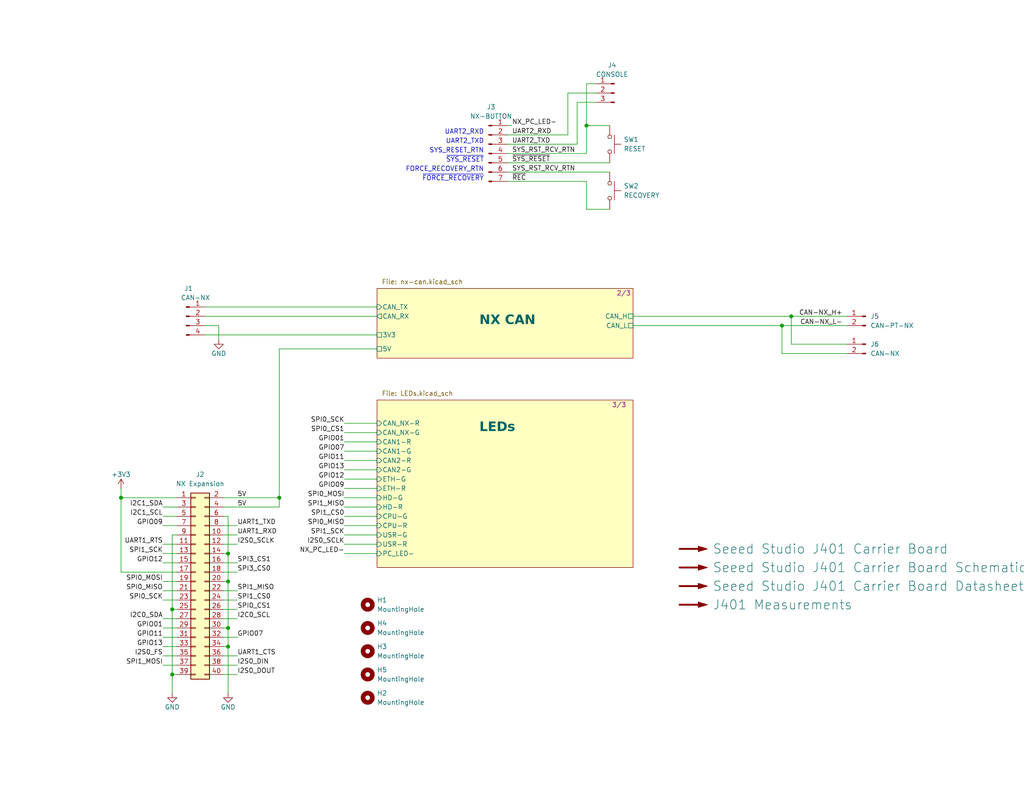
<source format=kicad_sch>
(kicad_sch (version 20230121) (generator eeschema)
  (paper "A")
  (title_block (title "NX Indicator Board") (date "2023-08-28") (rev "1") (company "971 Spartan Robotics"))
  (lib_symbols
    (symbol "Connector:Conn_01x02_Pin" (pin_names (offset 1.016) hide)
      (property "Reference" "J" (at 0 2.54 0))
      (property "Value" "Conn_01x02_Pin" (at 0 -5.08 0))
      (symbol "Conn_01x02_Pin_1_1"
        (polyline (pts (xy 1.27 -2.54) (xy 0.8636 -2.54)) (stroke (width 0.1524)))
        (polyline (pts (xy 1.27 0) (xy 0.8636 0)) (stroke (width 0.1524)))
        (rectangle (start 0.8636 -2.413) (end 0 -2.667) (stroke (width 0.1524)) (fill (type outline)))
        (rectangle (start 0.8636 0.127) (end 0 -0.127) (stroke (width 0.1524)) (fill (type outline)))
        (pin passive line (at 5.08 0 180) (length 3.81) (name "Pin_1") (number "1"))
        (pin passive line (at 5.08 -2.54 180) (length 3.81) (name "Pin_2") (number "2"))
      )
    )
    (symbol "Connector:Conn_01x03_Pin" (pin_names (offset 1.016) hide)
      (property "Reference" "J" (at 0 5.08 0))
      (property "Value" "Conn_01x03_Pin" (at 0 -5.08 0))
      (symbol "Conn_01x03_Pin_1_1"
        (polyline (pts (xy 1.27 -2.54) (xy 0.8636 -2.54)) (stroke (width 0.1524)))
        (polyline (pts (xy 1.27 0) (xy 0.8636 0)) (stroke (width 0.1524)))
        (polyline (pts (xy 1.27 2.54) (xy 0.8636 2.54)) (stroke (width 0.1524)))
        (rectangle (start 0.8636 -2.413) (end 0 -2.667) (stroke (width 0.1524)) (fill (type outline)))
        (rectangle (start 0.8636 0.127) (end 0 -0.127) (stroke (width 0.1524)) (fill (type outline)))
        (rectangle (start 0.8636 2.667) (end 0 2.413) (stroke (width 0.1524)) (fill (type outline)))
        (pin passive line (at 5.08 2.54 180) (length 3.81) (name "Pin_1") (number "1"))
        (pin passive line (at 5.08 0 180) (length 3.81) (name "Pin_2") (number "2"))
        (pin passive line (at 5.08 -2.54 180) (length 3.81) (name "Pin_3") (number "3"))
      )
    )
    (symbol "Connector:Conn_01x04_Pin" (pin_names (offset 1.016) hide)
      (property "Reference" "J" (at 0 5.08 0))
      (property "Value" "Conn_01x04_Pin" (at 0 -7.62 0))
      (symbol "Conn_01x04_Pin_1_1"
        (polyline (pts (xy 1.27 -5.08) (xy 0.8636 -5.08)) (stroke (width 0.1524)))
        (polyline (pts (xy 1.27 -2.54) (xy 0.8636 -2.54)) (stroke (width 0.1524)))
        (polyline (pts (xy 1.27 0) (xy 0.8636 0)) (stroke (width 0.1524)))
        (polyline (pts (xy 1.27 2.54) (xy 0.8636 2.54)) (stroke (width 0.1524)))
        (rectangle (start 0.8636 -4.953) (end 0 -5.207) (stroke (width 0.1524)) (fill (type outline)))
        (rectangle (start 0.8636 -2.413) (end 0 -2.667) (stroke (width 0.1524)) (fill (type outline)))
        (rectangle (start 0.8636 0.127) (end 0 -0.127) (stroke (width 0.1524)) (fill (type outline)))
        (rectangle (start 0.8636 2.667) (end 0 2.413) (stroke (width 0.1524)) (fill (type outline)))
        (pin passive line (at 5.08 2.54 180) (length 3.81) (name "Pin_1") (number "1"))
        (pin passive line (at 5.08 0 180) (length 3.81) (name "Pin_2") (number "2"))
        (pin passive line (at 5.08 -2.54 180) (length 3.81) (name "Pin_3") (number "3"))
        (pin passive line (at 5.08 -5.08 180) (length 3.81) (name "Pin_4") (number "4"))
      )
    )
    (symbol "Connector:Conn_01x07_Pin" (pin_names (offset 1.016) hide)
      (property "Reference" "J" (at 0 10.16 0))
      (property "Value" "Conn_01x07_Pin" (at 0 -10.16 0))
      (symbol "Conn_01x07_Pin_1_1"
        (polyline (pts (xy 1.27 -7.62) (xy 0.8636 -7.62)) (stroke (width 0.1524)))
        (polyline (pts (xy 1.27 -5.08) (xy 0.8636 -5.08)) (stroke (width 0.1524)))
        (polyline (pts (xy 1.27 -2.54) (xy 0.8636 -2.54)) (stroke (width 0.1524)))
        (polyline (pts (xy 1.27 0) (xy 0.8636 0)) (stroke (width 0.1524)))
        (polyline (pts (xy 1.27 2.54) (xy 0.8636 2.54)) (stroke (width 0.1524)))
        (polyline (pts (xy 1.27 5.08) (xy 0.8636 5.08)) (stroke (width 0.1524)))
        (polyline (pts (xy 1.27 7.62) (xy 0.8636 7.62)) (stroke (width 0.1524)))
        (rectangle (start 0.8636 -7.493) (end 0 -7.747) (stroke (width 0.1524)) (fill (type outline)))
        (rectangle (start 0.8636 -4.953) (end 0 -5.207) (stroke (width 0.1524)) (fill (type outline)))
        (rectangle (start 0.8636 -2.413) (end 0 -2.667) (stroke (width 0.1524)) (fill (type outline)))
        (rectangle (start 0.8636 0.127) (end 0 -0.127) (stroke (width 0.1524)) (fill (type outline)))
        (rectangle (start 0.8636 2.667) (end 0 2.413) (stroke (width 0.1524)) (fill (type outline)))
        (rectangle (start 0.8636 5.207) (end 0 4.953) (stroke (width 0.1524)) (fill (type outline)))
        (rectangle (start 0.8636 7.747) (end 0 7.493) (stroke (width 0.1524)) (fill (type outline)))
        (pin passive line (at 5.08 7.62 180) (length 3.81) (name "Pin_1") (number "1"))
        (pin passive line (at 5.08 5.08 180) (length 3.81) (name "Pin_2") (number "2"))
        (pin passive line (at 5.08 2.54 180) (length 3.81) (name "Pin_3") (number "3"))
        (pin passive line (at 5.08 0 180) (length 3.81) (name "Pin_4") (number "4"))
        (pin passive line (at 5.08 -2.54 180) (length 3.81) (name "Pin_5") (number "5"))
        (pin passive line (at 5.08 -5.08 180) (length 3.81) (name "Pin_6") (number "6"))
        (pin passive line (at 5.08 -7.62 180) (length 3.81) (name "Pin_7") (number "7"))
      )
    )
    (symbol "Connector_Generic:Conn_02x20_Odd_Even" (pin_names (offset 1.016) hide)
      (property "Reference" "J" (at 1.27 25.4 0))
      (property "Value" "Conn_02x20_Odd_Even" (at 1.27 -27.94 0))
      (symbol "Conn_02x20_Odd_Even_1_1"
        (rectangle (start -1.27 -25.273) (end 0 -25.527) (stroke (width 0.1524)))
        (rectangle (start -1.27 -22.733) (end 0 -22.987) (stroke (width 0.1524)))
        (rectangle (start -1.27 -20.193) (end 0 -20.447) (stroke (width 0.1524)))
        (rectangle (start -1.27 -17.653) (end 0 -17.907) (stroke (width 0.1524)))
        (rectangle (start -1.27 -15.113) (end 0 -15.367) (stroke (width 0.1524)))
        (rectangle (start -1.27 -12.573) (end 0 -12.827) (stroke (width 0.1524)))
        (rectangle (start -1.27 -10.033) (end 0 -10.287) (stroke (width 0.1524)))
        (rectangle (start -1.27 -7.493) (end 0 -7.747) (stroke (width 0.1524)))
        (rectangle (start -1.27 -4.953) (end 0 -5.207) (stroke (width 0.1524)))
        (rectangle (start -1.27 -2.413) (end 0 -2.667) (stroke (width 0.1524)))
        (rectangle (start -1.27 0.127) (end 0 -0.127) (stroke (width 0.1524)))
        (rectangle (start -1.27 2.667) (end 0 2.413) (stroke (width 0.1524)))
        (rectangle (start -1.27 5.207) (end 0 4.953) (stroke (width 0.1524)))
        (rectangle (start -1.27 7.747) (end 0 7.493) (stroke (width 0.1524)))
        (rectangle (start -1.27 10.287) (end 0 10.033) (stroke (width 0.1524)))
        (rectangle (start -1.27 12.827) (end 0 12.573) (stroke (width 0.1524)))
        (rectangle (start -1.27 15.367) (end 0 15.113) (stroke (width 0.1524)))
        (rectangle (start -1.27 17.907) (end 0 17.653) (stroke (width 0.1524)))
        (rectangle (start -1.27 20.447) (end 0 20.193) (stroke (width 0.1524)))
        (rectangle (start -1.27 22.987) (end 0 22.733) (stroke (width 0.1524)))
        (rectangle (start -1.27 24.13) (end 3.81 -26.67) (stroke (width 0.254)) (fill (type background)))
        (rectangle (start 3.81 -25.273) (end 2.54 -25.527) (stroke (width 0.1524)))
        (rectangle (start 3.81 -22.733) (end 2.54 -22.987) (stroke (width 0.1524)))
        (rectangle (start 3.81 -20.193) (end 2.54 -20.447) (stroke (width 0.1524)))
        (rectangle (start 3.81 -17.653) (end 2.54 -17.907) (stroke (width 0.1524)))
        (rectangle (start 3.81 -15.113) (end 2.54 -15.367) (stroke (width 0.1524)))
        (rectangle (start 3.81 -12.573) (end 2.54 -12.827) (stroke (width 0.1524)))
        (rectangle (start 3.81 -10.033) (end 2.54 -10.287) (stroke (width 0.1524)))
        (rectangle (start 3.81 -7.493) (end 2.54 -7.747) (stroke (width 0.1524)))
        (rectangle (start 3.81 -4.953) (end 2.54 -5.207) (stroke (width 0.1524)))
        (rectangle (start 3.81 -2.413) (end 2.54 -2.667) (stroke (width 0.1524)))
        (rectangle (start 3.81 0.127) (end 2.54 -0.127) (stroke (width 0.1524)))
        (rectangle (start 3.81 2.667) (end 2.54 2.413) (stroke (width 0.1524)))
        (rectangle (start 3.81 5.207) (end 2.54 4.953) (stroke (width 0.1524)))
        (rectangle (start 3.81 7.747) (end 2.54 7.493) (stroke (width 0.1524)))
        (rectangle (start 3.81 10.287) (end 2.54 10.033) (stroke (width 0.1524)))
        (rectangle (start 3.81 12.827) (end 2.54 12.573) (stroke (width 0.1524)))
        (rectangle (start 3.81 15.367) (end 2.54 15.113) (stroke (width 0.1524)))
        (rectangle (start 3.81 17.907) (end 2.54 17.653) (stroke (width 0.1524)))
        (rectangle (start 3.81 20.447) (end 2.54 20.193) (stroke (width 0.1524)))
        (rectangle (start 3.81 22.987) (end 2.54 22.733) (stroke (width 0.1524)))
        (pin passive line (at -5.08 22.86 0) (length 3.81) (name "Pin_1") (number "1"))
        (pin passive line (at 7.62 12.7 180) (length 3.81) (name "Pin_10") (number "10"))
        (pin passive line (at -5.08 10.16 0) (length 3.81) (name "Pin_11") (number "11"))
        (pin passive line (at 7.62 10.16 180) (length 3.81) (name "Pin_12") (number "12"))
        (pin passive line (at -5.08 7.62 0) (length 3.81) (name "Pin_13") (number "13"))
        (pin passive line (at 7.62 7.62 180) (length 3.81) (name "Pin_14") (number "14"))
        (pin passive line (at -5.08 5.08 0) (length 3.81) (name "Pin_15") (number "15"))
        (pin passive line (at 7.62 5.08 180) (length 3.81) (name "Pin_16") (number "16"))
        (pin passive line (at -5.08 2.54 0) (length 3.81) (name "Pin_17") (number "17"))
        (pin passive line (at 7.62 2.54 180) (length 3.81) (name "Pin_18") (number "18"))
        (pin passive line (at -5.08 0 0) (length 3.81) (name "Pin_19") (number "19"))
        (pin passive line (at 7.62 22.86 180) (length 3.81) (name "Pin_2") (number "2"))
        (pin passive line (at 7.62 0 180) (length 3.81) (name "Pin_20") (number "20"))
        (pin passive line (at -5.08 -2.54 0) (length 3.81) (name "Pin_21") (number "21"))
        (pin passive line (at 7.62 -2.54 180) (length 3.81) (name "Pin_22") (number "22"))
        (pin passive line (at -5.08 -5.08 0) (length 3.81) (name "Pin_23") (number "23"))
        (pin passive line (at 7.62 -5.08 180) (length 3.81) (name "Pin_24") (number "24"))
        (pin passive line (at -5.08 -7.62 0) (length 3.81) (name "Pin_25") (number "25"))
        (pin passive line (at 7.62 -7.62 180) (length 3.81) (name "Pin_26") (number "26"))
        (pin passive line (at -5.08 -10.16 0) (length 3.81) (name "Pin_27") (number "27"))
        (pin passive line (at 7.62 -10.16 180) (length 3.81) (name "Pin_28") (number "28"))
        (pin passive line (at -5.08 -12.7 0) (length 3.81) (name "Pin_29") (number "29"))
        (pin passive line (at -5.08 20.32 0) (length 3.81) (name "Pin_3") (number "3"))
        (pin passive line (at 7.62 -12.7 180) (length 3.81) (name "Pin_30") (number "30"))
        (pin passive line (at -5.08 -15.24 0) (length 3.81) (name "Pin_31") (number "31"))
        (pin passive line (at 7.62 -15.24 180) (length 3.81) (name "Pin_32") (number "32"))
        (pin passive line (at -5.08 -17.78 0) (length 3.81) (name "Pin_33") (number "33"))
        (pin passive line (at 7.62 -17.78 180) (length 3.81) (name "Pin_34") (number "34"))
        (pin passive line (at -5.08 -20.32 0) (length 3.81) (name "Pin_35") (number "35"))
        (pin passive line (at 7.62 -20.32 180) (length 3.81) (name "Pin_36") (number "36"))
        (pin passive line (at -5.08 -22.86 0) (length 3.81) (name "Pin_37") (number "37"))
        (pin passive line (at 7.62 -22.86 180) (length 3.81) (name "Pin_38") (number "38"))
        (pin passive line (at -5.08 -25.4 0) (length 3.81) (name "Pin_39") (number "39"))
        (pin passive line (at 7.62 20.32 180) (length 3.81) (name "Pin_4") (number "4"))
        (pin passive line (at 7.62 -25.4 180) (length 3.81) (name "Pin_40") (number "40"))
        (pin passive line (at -5.08 17.78 0) (length 3.81) (name "Pin_5") (number "5"))
        (pin passive line (at 7.62 17.78 180) (length 3.81) (name "Pin_6") (number "6"))
        (pin passive line (at -5.08 15.24 0) (length 3.81) (name "Pin_7") (number "7"))
        (pin passive line (at 7.62 15.24 180) (length 3.81) (name "Pin_8") (number "8"))
        (pin passive line (at -5.08 12.7 0) (length 3.81) (name "Pin_9") (number "9"))
      )
    )
    (symbol "Graphic:SYM_Arrow_Large" (in_bom no) (on_board no)
      (symbol "SYM_Arrow_Large_0_1"
        (polyline (pts (xy 2.54 0) (xy -3.81 0)) (stroke (width 0.508)))
        (polyline (pts (xy 3.81 0) (xy 1.27 -0.762) (xy 1.27 0.762) (xy 3.81 0)) (fill (type outline)))
      )
    )
    (symbol "Mechanical:MountingHole" (pin_names (offset 1.016))
      (property "Reference" "H" (at 0 5.08 0))
      (property "Value" "MountingHole" (at 0 3.175 0))
      (symbol "MountingHole_0_1"
        (circle (center 0 0) (radius 1.27) (stroke (width 1.27)))
      )
    )
    (symbol "Switch:SW_Push" (pin_numbers hide) (pin_names (offset 1.016) hide)
      (property "Reference" "SW" (at 1.27 2.54 0))
      (property "Value" "SW_Push" (at 0 -1.524 0))
      (symbol "SW_Push_0_1"
        (circle (center -2.032 0) (radius 0.508))
        (polyline (pts (xy 0 1.27) (xy 0 3.048)))
        (polyline (pts (xy 2.54 1.27) (xy -2.54 1.27)))
        (circle (center 2.032 0) (radius 0.508))
        (pin passive line (at -5.08 0 0) (length 2.54) (name "1") (number "1"))
        (pin passive line (at 5.08 0 180) (length 2.54) (name "2") (number "2"))
      )
    )
    (symbol "power:+3V3" (power) (pin_names (offset 0))
      (property "Value" "+3V3" (at 0 3.556 0))
      (symbol "+3V3_0_1"
        (polyline (pts (xy -0.762 1.27) (xy 0 2.54)))
        (polyline (pts (xy 0 0) (xy 0 2.54)))
        (polyline (pts (xy 0 2.54) (xy 0.762 1.27)))
      )
      (symbol "+3V3_1_1"
        (pin power_in line (at 0 0 90) (length 0) hide (name "+3V3") (number "1"))
      )
    )
    (symbol "power:GND" (power) (pin_names (offset 0))
      (property "Value" "GND" (at 0 -3.81 0))
      (symbol "GND_0_1"
        (polyline (pts (xy 0 0) (xy 0 -1.27) (xy 1.27 -1.27) (xy 0 -2.54) (xy -1.27 -1.27) (xy 0 -1.27)))
      )
      (symbol "GND_1_1"
        (pin power_in line (at 0 0 270) (length 0) hide (name "GND") (number "1"))
      )
    )
  )
  (junction (at 160.02 34.29))
  (junction (at 76.2 135.89))
  (junction (at 46.99 166.37))
  (junction (at 33.02 135.89))
  (junction (at 46.99 184.15))
  (junction (at 62.23 151.13))
  (junction (at 62.23 158.75))
  (junction (at 62.23 171.45))
  (junction (at 62.23 176.53))
  (junction (at 215.9 86.36))
  (junction (at 213.36 88.9))
  (wire (pts (xy 44.45 148.59) (xy 48.26 148.59)))
  (wire (pts (xy 46.99 184.15) (xy 48.26 184.15)))
  (wire (pts (xy 62.23 176.53) (xy 62.23 189.23)))
  (wire (pts (xy 62.23 171.45) (xy 62.23 176.53)))
  (wire (pts (xy 60.96 166.37) (xy 64.77 166.37)))
  (wire (pts (xy 46.99 166.37) (xy 48.26 166.37)))
  (wire (pts (xy 60.96 156.21) (xy 64.77 156.21)))
  (wire (pts (xy 60.96 146.05) (xy 64.77 146.05)))
  (wire (pts (xy 93.98 151.13) (xy 102.87 151.13)))
  (wire (pts (xy 138.43 34.29) (xy 139.7 34.29)))
  (wire (pts (xy 231.14 93.98) (xy 215.9 93.98)))
  (wire (pts (xy 60.96 181.61) (xy 64.77 181.61)))
  (wire (pts (xy 166.37 34.29) (xy 160.02 34.29)))
  (wire (pts (xy 48.26 146.05) (xy 46.99 146.05)))
  (wire (pts (xy 62.23 151.13) (xy 62.23 158.75)))
  (wire (pts (xy 93.98 135.89) (xy 102.87 135.89)))
  (wire (pts (xy 60.96 168.91) (xy 64.77 168.91)))
  (wire (pts (xy 215.9 86.36) (xy 231.14 86.36)))
  (wire (pts (xy 93.98 143.51) (xy 102.87 143.51)))
  (wire (pts (xy 93.98 146.05) (xy 102.87 146.05)))
  (wire (pts (xy 93.98 130.81) (xy 102.87 130.81)))
  (wire (pts (xy 162.56 25.4) (xy 154.94 25.4)))
  (wire (pts (xy 60.96 158.75) (xy 62.23 158.75)))
  (wire (pts (xy 76.2 138.43) (xy 76.2 135.89)))
  (wire (pts (xy 93.98 118.11) (xy 102.87 118.11)))
  (wire (pts (xy 62.23 140.97) (xy 62.23 151.13)))
  (wire (pts (xy 160.02 49.53) (xy 160.02 57.15)))
  (wire (pts (xy 44.45 151.13) (xy 48.26 151.13)))
  (wire (pts (xy 215.9 93.98) (xy 215.9 86.36)))
  (wire (pts (xy 46.99 146.05) (xy 46.99 166.37)))
  (wire (pts (xy 213.36 88.9) (xy 231.14 88.9)))
  (wire (pts (xy 93.98 115.57) (xy 102.87 115.57)))
  (wire (pts (xy 60.96 135.89) (xy 76.2 135.89)))
  (wire (pts (xy 160.02 57.15) (xy 166.37 57.15)))
  (wire (pts (xy 138.43 39.37) (xy 157.48 39.37)))
  (wire (pts (xy 44.45 171.45) (xy 48.26 171.45)))
  (wire (pts (xy 157.48 27.94) (xy 162.56 27.94)))
  (wire (pts (xy 44.45 153.67) (xy 48.26 153.67)))
  (wire (pts (xy 213.36 96.52) (xy 213.36 88.9)))
  (wire (pts (xy 231.14 96.52) (xy 213.36 96.52)))
  (wire (pts (xy 44.45 173.99) (xy 48.26 173.99)))
  (wire (pts (xy 60.96 179.07) (xy 64.77 179.07)))
  (wire (pts (xy 93.98 148.59) (xy 102.87 148.59)))
  (wire (pts (xy 55.88 88.9) (xy 59.69 88.9)))
  (wire (pts (xy 33.02 135.89) (xy 48.26 135.89)))
  (wire (pts (xy 33.02 135.89) (xy 33.02 156.21)))
  (wire (pts (xy 93.98 140.97) (xy 102.87 140.97)))
  (wire (pts (xy 138.43 46.99) (xy 166.37 46.99)))
  (wire (pts (xy 138.43 41.91) (xy 160.02 41.91)))
  (wire (pts (xy 44.45 143.51) (xy 48.26 143.51)))
  (wire (pts (xy 44.45 158.75) (xy 48.26 158.75)))
  (wire (pts (xy 157.48 39.37) (xy 157.48 27.94)))
  (wire (pts (xy 62.23 158.75) (xy 62.23 171.45)))
  (wire (pts (xy 93.98 123.19) (xy 102.87 123.19)))
  (wire (pts (xy 55.88 86.36) (xy 102.87 86.36)))
  (wire (pts (xy 60.96 143.51) (xy 64.77 143.51)))
  (wire (pts (xy 138.43 49.53) (xy 160.02 49.53)))
  (wire (pts (xy 162.56 22.86) (xy 160.02 22.86)))
  (wire (pts (xy 93.98 133.35) (xy 102.87 133.35)))
  (wire (pts (xy 44.45 168.91) (xy 48.26 168.91)))
  (wire (pts (xy 93.98 128.27) (xy 102.87 128.27)))
  (wire (pts (xy 93.98 120.65) (xy 102.87 120.65)))
  (wire (pts (xy 172.72 86.36) (xy 215.9 86.36)))
  (wire (pts (xy 33.02 133.35) (xy 33.02 135.89)))
  (wire (pts (xy 44.45 138.43) (xy 48.26 138.43)))
  (wire (pts (xy 60.96 184.15) (xy 64.77 184.15)))
  (wire (pts (xy 46.99 184.15) (xy 46.99 189.23)))
  (wire (pts (xy 60.96 148.59) (xy 64.77 148.59)))
  (wire (pts (xy 60.96 176.53) (xy 62.23 176.53)))
  (wire (pts (xy 76.2 95.25) (xy 102.87 95.25)))
  (wire (pts (xy 160.02 34.29) (xy 160.02 41.91)))
  (wire (pts (xy 44.45 181.61) (xy 48.26 181.61)))
  (wire (pts (xy 93.98 125.73) (xy 102.87 125.73)))
  (wire (pts (xy 33.02 156.21) (xy 48.26 156.21)))
  (wire (pts (xy 60.96 138.43) (xy 76.2 138.43)))
  (wire (pts (xy 172.72 88.9) (xy 213.36 88.9)))
  (wire (pts (xy 160.02 22.86) (xy 160.02 34.29)))
  (wire (pts (xy 44.45 163.83) (xy 48.26 163.83)))
  (wire (pts (xy 60.96 171.45) (xy 62.23 171.45)))
  (wire (pts (xy 76.2 135.89) (xy 76.2 95.25)))
  (wire (pts (xy 44.45 140.97) (xy 48.26 140.97)))
  (wire (pts (xy 60.96 140.97) (xy 62.23 140.97)))
  (wire (pts (xy 55.88 91.44) (xy 102.87 91.44)))
  (wire (pts (xy 55.88 83.82) (xy 102.87 83.82)))
  (wire (pts (xy 138.43 36.83) (xy 154.94 36.83)))
  (wire (pts (xy 44.45 176.53) (xy 48.26 176.53)))
  (wire (pts (xy 93.98 138.43) (xy 102.87 138.43)))
  (wire (pts (xy 60.96 151.13) (xy 62.23 151.13)))
  (wire (pts (xy 60.96 163.83) (xy 64.77 163.83)))
  (wire (pts (xy 44.45 161.29) (xy 48.26 161.29)))
  (wire (pts (xy 46.99 166.37) (xy 46.99 184.15)))
  (wire (pts (xy 60.96 153.67) (xy 64.77 153.67)))
  (wire (pts (xy 154.94 25.4) (xy 154.94 36.83)))
  (wire (pts (xy 138.43 44.45) (xy 166.37 44.45)))
  (wire (pts (xy 44.45 179.07) (xy 48.26 179.07)))
  (wire (pts (xy 59.69 88.9) (xy 59.69 92.71)))
  (wire (pts (xy 60.96 161.29) (xy 64.77 161.29)))
  (wire (pts (xy 60.96 173.99) (xy 64.77 173.99)))
  (text "FORCE_RECOVERY_RTN" (at 132.08 46.99 0) (effects (font (size 1.27 1.27)) (justify right bottom)))
  (text "UART2_RXD" (at 132.08 36.83 0) (effects (font (size 1.27 1.27)) (justify right bottom)))
  (text "~{SYS_RESET}" (at 132.08 44.45 0) (effects (font (size 1.27 1.27)) (justify right bottom)))
  (text "UART2_TXD" (at 132.08 39.37 0) (effects (font (size 1.27 1.27)) (justify right bottom)))
  (text "~{FORCE_RECOVERY}" (at 132.08 49.53 0) (effects (font (size 1.27 1.27)) (justify right bottom)))
  (text "SYS_RESET_RTN" (at 132.08 41.91 0) (effects (font (size 1.27 1.27)) (justify right bottom)))
  (label "SPI0_SCK" (at 93.98 115.57 180))
  (label "I2C1_SCL" (at 44.45 140.97 180))
  (label "CAN-NX_L-" (at 229.87 88.9 180))
  (label "UART1_CTS" (at 64.77 179.07 0))
  (label "SPI1_SCK" (at 44.45 151.13 180))
  (label "GPIO11" (at 44.45 173.99 180))
  (label "GPIO01" (at 93.98 120.65 180))
  (label "5V" (at 64.77 138.43 0))
  (label "I2C0_SCL" (at 64.77 168.91 0))
  (label "GPIO09" (at 44.45 143.51 180))
  (label "I2S0_SCLK" (at 93.98 148.59 180))
  (label "SPI1_CS0" (at 64.77 163.83 0))
  (label "SPI1_MOSI" (at 44.45 181.61 180))
  (label "GPIO13" (at 93.98 128.27 180))
  (label "I2C0_SDA" (at 44.45 168.91 180))
  (label "SPI0_CS1" (at 64.77 166.37 0))
  (label "UART2_RXD" (at 139.7 36.83 0))
  (label "SPI0_SCK" (at 44.45 163.83 180))
  (label "GPIO09" (at 93.98 133.35 180))
  (label "SPI0_MISO" (at 93.98 143.51 180))
  (label "GPIO12" (at 44.45 153.67 180))
  (label "SPI0_MOSI" (at 44.45 158.75 180))
  (label "SYS_RST_RCV_RTN" (at 139.7 46.99 0))
  (label "GPIO11" (at 93.98 125.73 180))
  (label "SPI3_CS1" (at 64.77 153.67 0))
  (label "SPI1_MISO" (at 64.77 161.29 0))
  (label "GPIO07" (at 64.77 173.99 0))
  (label "5V" (at 64.77 135.89 0))
  (label "I2S0_DIN" (at 64.77 181.61 0))
  (label "SPI0_MOSI" (at 93.98 135.89 180))
  (label "SPI0_CS1" (at 93.98 118.11 180))
  (label "SPI0_MISO" (at 44.45 161.29 180))
  (label "NX_PC_LED-" (at 139.7 34.29 0))
  (label "UART1_TXD" (at 64.77 143.51 0))
  (label "I2S0_FS" (at 44.45 179.07 180))
  (label "SPI1_MISO" (at 93.98 138.43 180))
  (label "~{SYS_RESET}" (at 139.7 44.45 0))
  (label "SPI1_SCK" (at 93.98 146.05 180))
  (label "I2S0_DOUT" (at 64.77 184.15 0))
  (label "~{REC}" (at 139.7 49.53 0))
  (label "CAN-NX_H+" (at 229.87 86.36 180))
  (label "UART2_TXD" (at 139.7 39.37 0))
  (label "NX_PC_LED-" (at 93.98 151.13 180))
  (label "GPIO13" (at 44.45 176.53 180))
  (label "GPIO12" (at 93.98 130.81 180))
  (label "SYS_RST_RCV_RTN" (at 139.7 41.91 0))
  (label "SPI1_CS0" (at 93.98 140.97 180))
  (label "I2C1_SDA" (at 44.45 138.43 180))
  (label "I2S0_SCLK" (at 64.77 148.59 0))
  (label "GPIO07" (at 93.98 123.19 180))
  (label "UART1_RXD" (at 64.77 146.05 0))
  (label "SPI3_CS0" (at 64.77 156.21 0))
  (label "UART1_RTS" (at 44.45 148.59 180))
  (label "GPIO01" (at 44.45 171.45 180))
  (symbol (lib_id "power:GND") (at 59.69 92.71 0) (unit 1)
    (property "Reference" "#PWR01" (effects hide))
    (property "Value" "GND" (at 59.69 96.52 0))
  )
  (symbol (lib_id "Connector:Conn_01x02_Pin") (at 236.22 86.36 0) (mirror y) (unit 1)
    (property "Reference" "J5" (at 237.49 86.36 0) (effects (justify right)))
    (property "Value" "CAN-PT-NX" (at 237.49 88.9 0) (effects (justify right)))
    (property "Footprint" "NX-IndicatorBoard:70555-0001" (effects hide))
    (property "Datasheet" "Components/Molex-70555-0001.pdf" (effects hide))
    (property "MFG" "Molex" (effects hide))
    (property "MFG P/N" "0705550001" (effects hide))
    (property "DIST" "Digikey" (effects hide))
    (property "DIST P/N" "WM4164-ND" (effects hide))
  )
  (symbol (lib_id "Mechanical:MountingHole") (at 100.33 171.45 0) (unit 1) (in_bom no)
    (property "Reference" "H4" (at 102.87 170.18 0) (effects (justify left)))
    (property "Value" "MountingHole" (at 102.87 172.72 0) (effects (justify left)))
    (property "Footprint" "MountingHole:MountingHole_2.7mm_M2.5_Pad" (effects hide))
  )
  (symbol (lib_id "power:+3V3") (at 33.02 133.35 0) (unit 1)
    (property "Reference" "#PWR013" (effects hide))
    (property "Value" "+3V3" (at 33.02 129.54 0))
  )
  (symbol (lib_id "Graphic:SYM_Arrow_Large") (at 189.23 154.94 0) (unit 1) (in_bom no) (on_board no)
    (property "Reference" "#SYM3" (effects hide))
    (property "Value" "Seeed Studio J401 Carrier Board Schematic" (at 194.31 154.94 0) (effects (font (size 2.54 2.54)) (justify left)))
    (property "Datasheet" "https://files.seeedstudio.com/wiki/J401/reComputer_J401_SCH_V1.0.pdf" (effects hide))
    (property "Sim.Enable" "  (symbol \"Graphic:SYM_Arrow_Large\" (in_bom no) (on_board no)" (effects hide))
  )
  (symbol (lib_id "Switch:SW_Push") (at 166.37 39.37 270) (unit 1)
    (property "Reference" "SW1" (at 170.18 38.1 90) (effects (justify left)))
    (property "Value" "RESET" (at 170.18 40.64 90) (effects (justify left)))
    (property "Footprint" "NX-IndicatorBoard:SW_TL1105VF100Q_EWI" (effects hide))
    (property "Datasheet" "Components/E-SWITCH-tl1105vf100q-drawing.pdf" (effects hide))
    (property "DIST" "Digikey" (effects hide))
    (property "DIST P/N" "EG2507-ND" (effects hide))
    (property "MFG" "E-Switch" (effects hide))
    (property "MFG P/N" "TL1105VF100Q" (effects hide))
  )
  (symbol (lib_id "power:GND") (at 62.23 189.23 0) (unit 1)
    (property "Reference" "#PWR09" (effects hide))
    (property "Value" "GND" (at 62.23 193.04 0))
  )
  (symbol (lib_id "Graphic:SYM_Arrow_Large") (at 189.23 160.02 0) (unit 1) (in_bom no) (on_board no)
    (property "Reference" "#SYM4" (effects hide))
    (property "Value" "Seeed Studio J401 Carrier Board Datasheet" (at 194.31 160.02 0) (effects (font (size 2.54 2.54)) (justify left)))
    (property "Datasheet" "https://files.seeedstudio.com/wiki/reComputer-J4012/reComputer-J401-datasheet.pdf" (effects hide))
    (property "Sim.Enable" "  (symbol \"Graphic:SYM_Arrow_Large\" (in_bom no) (on_board no)" (effects hide))
  )
  (symbol (lib_id "Graphic:SYM_Arrow_Large") (at 189.23 149.86 0) (unit 1) (in_bom no) (on_board no)
    (property "Reference" "#SYM2" (effects hide))
    (property "Value" "Seeed Studio J401 Carrier Board" (at 194.31 149.86 0) (effects (font (size 2.54 2.54)) (justify left)))
    (property "Datasheet" "https://www.seeedstudio.com/reComputer-J401-Carrier-Board-for-Jetson-Orin-NX-Orin-Nano-p-5636.html" (effects hide))
    (property "Sim.Enable" "  (symbol \"Graphic:SYM_Arrow_Large\" (in_bom no) (on_board no)" (effects hide))
  )
  (symbol (lib_id "Mechanical:MountingHole") (at 100.33 184.15 0) (unit 1) (in_bom no)
    (property "Reference" "H5" (at 102.87 182.88 0) (effects (justify left)))
    (property "Value" "MountingHole" (at 102.87 185.42 0) (effects (justify left)))
    (property "Footprint" "MountingHole:MountingHole_2.7mm_M2.5_Pad" (effects hide))
  )
  (symbol (lib_id "Switch:SW_Push") (at 166.37 52.07 270) (unit 1)
    (property "Reference" "SW2" (at 170.18 50.8 90) (effects (justify left)))
    (property "Value" "RECOVERY" (at 170.18 53.34 90) (effects (justify left)))
    (property "Footprint" "NX-IndicatorBoard:SW_TL1105VF100Q_EWI" (effects hide))
    (property "Datasheet" "Components/E-SWITCH-tl1105vf100q-drawing.pdf" (effects hide))
    (property "DIST" "Digikey" (effects hide))
    (property "DIST P/N" "EG2507-ND" (effects hide))
    (property "MFG" "E-Switch" (effects hide))
    (property "MFG P/N" "TL1105VF100Q" (effects hide))
  )
  (symbol (lib_id "Graphic:SYM_Arrow_Large") (at 189.23 165.1 0) (unit 1) (in_bom no) (on_board no)
    (property "Reference" "#SYM1" (effects hide))
    (property "Value" "J401 Measurements" (at 194.31 165.1 0) (effects (font (size 2.54 2.54)) (justify left)))
    (property "Datasheet" "Components/J401 Measurements__Assembly.pdf" (effects hide))
    (property "Sim.Enable" "  (symbol \"Graphic:SYM_Arrow_Large\" (in_bom no) (on_board no)" (effects hide))
  )
  (symbol (lib_id "power:GND") (at 46.99 189.23 0) (unit 1)
    (property "Reference" "#PWR010" (effects hide))
    (property "Value" "GND" (at 46.99 193.04 0))
  )
  (symbol (lib_id "Connector:Conn_01x07_Pin") (at 133.35 41.91 0) (unit 1)
    (property "Reference" "J3" (at 133.985 29.21 0))
    (property "Value" "NX-BUTTON" (at 133.985 31.75 0))
    (property "Footprint" "NX-IndicatorBoard:70541-0006" (effects hide))
    (property "Datasheet" "Components/Molex-70543-0001.pdf" (effects hide))
    (property "DIST" "Digikey" (effects hide))
    (property "DIST P/N" "WM4805-ND" (effects hide))
    (property "MFG" "Molex" (effects hide))
    (property "MFG P/N" "0705430006" (effects hide))
  )
  (symbol (lib_id "Connector_Generic:Conn_02x20_Odd_Even") (at 53.34 158.75 0) (unit 1)
    (property "Reference" "J2" (at 54.61 129.54 0))
    (property "Value" "NX Expansion" (at 54.61 132.08 0))
    (property "Footprint" "NX-IndicatorBoard:M20-782045" (effects hide))
    (property "Datasheet" "Components/Harwin-M20-781.pdf" (effects hide))
    (property "MFG" "Harwin" (effects hide))
    (property "MFG P/N" "M20-7812045" (effects hide))
    (property "DIST" "Digikey" (effects hide))
    (property "DIST P/N" "952-3218-ND" (effects hide))
  )
  (symbol (lib_id "Mechanical:MountingHole") (at 100.33 165.1 0) (unit 1) (in_bom no)
    (property "Reference" "H1" (at 102.87 163.83 0) (effects (justify left)))
    (property "Value" "MountingHole" (at 102.87 166.37 0) (effects (justify left)))
    (property "Footprint" "MountingHole:MountingHole_2.7mm_M2.5_Pad" (effects hide))
  )
  (symbol (lib_id "Connector:Conn_01x02_Pin") (at 236.22 93.98 0) (mirror y) (unit 1)
    (property "Reference" "J6" (at 237.49 93.98 0) (effects (justify right)))
    (property "Value" "CAN-NX" (at 237.49 96.52 0) (effects (justify right)))
    (property "Footprint" "NX-IndicatorBoard:70555-0001" (effects hide))
    (property "Datasheet" "Components/Molex-70555-0001.pdf" (effects hide))
    (property "MFG" "Molex" (effects hide))
    (property "MFG P/N" "0705550001" (effects hide))
    (property "DIST" "Digikey" (effects hide))
    (property "DIST P/N" "WM4164-ND" (effects hide))
  )
  (symbol (lib_id "Mechanical:MountingHole") (at 100.33 190.5 0) (unit 1) (in_bom no)
    (property "Reference" "H2" (at 102.87 189.23 0) (effects (justify left)))
    (property "Value" "MountingHole" (at 102.87 191.77 0) (effects (justify left)))
    (property "Footprint" "MountingHole:MountingHole_2.7mm_M2.5_Pad" (effects hide))
  )
  (symbol (lib_id "Mechanical:MountingHole") (at 100.33 177.8 0) (unit 1) (in_bom no)
    (property "Reference" "H3" (at 102.87 176.53 0) (effects (justify left)))
    (property "Value" "MountingHole" (at 102.87 179.07 0) (effects (justify left)))
    (property "Footprint" "MountingHole:MountingHole_2.7mm_M2.5_Pad" (effects hide))
  )
  (symbol (lib_id "Connector:Conn_01x04_Pin") (at 50.8 86.36 0) (unit 1)
    (property "Reference" "J1" (at 51.435 78.74 0))
    (property "Value" "CAN-NX" (at 53.34 81.28 0))
    (property "Footprint" "NX-IndicatorBoard:70543-0003" (effects hide))
    (property "Datasheet" "Components/Molex-70543-0001.pdf" (effects hide))
    (property "MFG" "Molex" (effects hide))
    (property "MFG P/N" "0705430003" (effects hide))
    (property "DIST" "Digikey" (effects hide))
    (property "DIST P/N" "WM4802-ND" (effects hide))
  )
  (symbol (lib_id "Connector:Conn_01x03_Pin") (at 167.64 25.4 0) (mirror y) (unit 1)
    (property "Reference" "J4" (at 167.005 17.78 0))
    (property "Value" "CONSOLE" (at 167.005 20.32 0))
    (property "Footprint" "NX-IndicatorBoard:70555-0002" (effects hide))
    (property "Datasheet" "Components/Molex-70555-0001.pdf" (effects hide))
    (property "DIST" "Digikey" (effects hide))
    (property "DIST P/N" "WM4165-ND" (effects hide))
    (property "MFG" "Molex" (effects hide))
    (property "MFG P/N" "0705550002" (effects hide))
  )
  (sheet (at 102.87 78.74) (size 69.85 19.05) (stroke (width 0.1524)) (fill (color 255 255 194 1.0000))
    (property "Sheetname" "NX CAN" (at 130.81 88.9 0) (effects (font (size 2.54 2.54) bold) (justify left bottom)))
    (property "Sheetfile" "nx-can.kicad_sch" (at 104.14 76.2 0) (effects (justify left top)))
    (property "Page" "${#}/${##}" (at 170.18 80.01 0))
    (pin "CAN_TX" input (at 102.87 83.82 180))
    (pin "CAN_RX" output (at 102.87 86.36 180))
    (pin "3V3" passive (at 102.87 91.44 180))
    (pin "CAN_H" passive (at 172.72 86.36 0))
    (pin "CAN_L" passive (at 172.72 88.9 0))
    (pin "5V" passive (at 102.87 95.25 180))
  )
  (sheet (at 102.87 109.22) (size 69.85 45.72) (stroke (width 0.1524)) (fill (color 255 255 194 1.0000))
    (property "Sheetname" "LEDs" (at 130.81 118.11 0) (effects (font (size 2.54 2.54) bold) (justify left bottom)))
    (property "Sheetfile" "LEDs.kicad_sch" (at 104.14 106.68 0) (effects (justify left top)))
    (property "Page" "${#}/${##}" (at 168.91 110.49 0))
    (pin "CAN_NX-R" input (at 102.87 115.57 180))
    (pin "ETH-R" input (at 102.87 133.35 180))
    (pin "ETH-G" input (at 102.87 130.81 180))
    (pin "CPU-R" input (at 102.87 143.51 180))
    (pin "CPU-G" input (at 102.87 140.97 180))
    (pin "CAN1-R" input (at 102.87 120.65 180))
    (pin "CAN1-G" input (at 102.87 123.19 180))
    (pin "CAN2-G" input (at 102.87 128.27 180))
    (pin "CAN2-R" input (at 102.87 125.73 180))
    (pin "PC_LED-" input (at 102.87 151.13 180))
    (pin "CAN_NX-G" input (at 102.87 118.11 180))
    (pin "HD-R" input (at 102.87 138.43 180))
    (pin "HD-G" input (at 102.87 135.89 180))
    (pin "USR-R" input (at 102.87 148.59 180))
    (pin "USR-G" input (at 102.87 146.05 180))
  )
)
</source>
